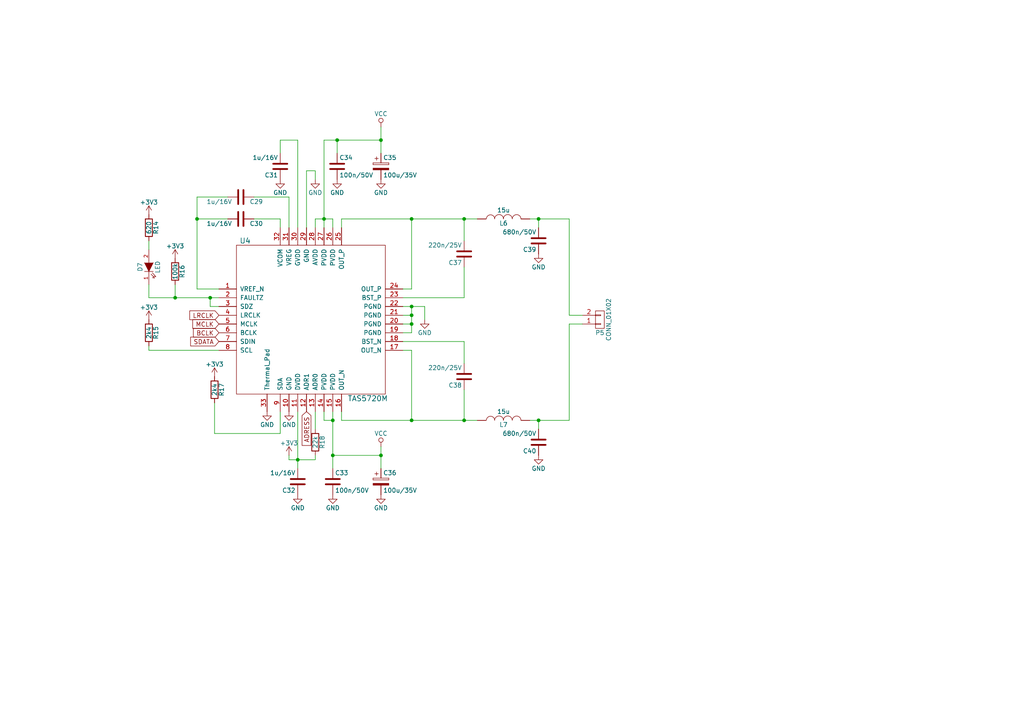
<source format=kicad_sch>
(kicad_sch (version 20231120) (generator "eeschema") (generator_version "8.0")
  (paper "A4")
  (title_block (title "freeDSPx-AMPx4") (date "2017-02-19") (rev "1.0"))
  (lib_symbols
    (symbol "freeDSPx-AMPx4-rescue:+3V3" (power) (pin_names (offset 0))
      (property "Value" "+3V3" (at 0 3.556 0))
      (symbol "+3V3_0_1"
        (polyline (pts (xy -0.762 1.27) (xy 0 2.54)))
        (polyline (pts (xy 0 0) (xy 0 2.54)))
        (polyline (pts (xy 0 2.54) (xy 0.762 1.27)))
      )
      (symbol "+3V3_1_1"
        (pin power_in line (at 0 0 90) (length 0) hide (name "+3V3") (number "1"))
      )
    )
    (symbol "freeDSPx-AMPx4-rescue:C" (pin_numbers hide) (pin_names (offset 0.254))
      (property "Reference" "C" (at 0.635 2.54 0))
      (property "Value" "C" (at 0.635 -2.54 0))
      (symbol "C_0_1"
        (polyline (pts (xy -2.032 -0.762) (xy 2.032 -0.762)) (stroke (width 0.508)))
        (polyline (pts (xy -2.032 0.762) (xy 2.032 0.762)) (stroke (width 0.508)))
      )
      (symbol "C_1_1"
        (pin passive line (at 0 3.81 270) (length 2.794) (name "~") (number "1"))
        (pin passive line (at 0 -3.81 90) (length 2.794) (name "~") (number "2"))
      )
    )
    (symbol "freeDSPx-AMPx4-rescue:CONN_01X02" (pin_names (offset 1.016) hide)
      (property "Reference" "P" (at 0 3.81 0))
      (property "Value" "CONN_01X02" (at 2.54 0 90))
      (symbol "CONN_01X02_0_1"
        (rectangle (start -1.27 -1.143) (end 0.254 -1.397))
        (rectangle (start -1.27 1.397) (end 0.254 1.143))
        (rectangle (start -1.27 2.54) (end 1.27 -2.54))
      )
      (symbol "CONN_01X02_1_1"
        (pin passive line (at -5.08 1.27 0) (length 3.81) (name "P1") (number "1"))
        (pin passive line (at -5.08 -1.27 0) (length 3.81) (name "P2") (number "2"))
      )
    )
    (symbol "freeDSPx-AMPx4-rescue:CP" (pin_numbers hide) (pin_names (offset 0.254))
      (property "Reference" "C" (at 0.635 2.54 0))
      (property "Value" "CP" (at 0.635 -2.54 0))
      (symbol "CP_0_1"
        (rectangle (start -2.286 0.508) (end -2.286 1.016))
        (rectangle (start -2.286 0.508) (end 2.286 0.508))
        (polyline (pts (xy -1.778 2.286) (xy -0.762 2.286)))
        (polyline (pts (xy -1.27 2.794) (xy -1.27 1.778)))
        (rectangle (start 2.286 -0.508) (end -2.286 -1.016) (fill (type outline)))
        (rectangle (start 2.286 1.016) (end -2.286 1.016))
        (rectangle (start 2.286 1.016) (end 2.286 0.508))
      )
      (symbol "CP_1_1"
        (pin passive line (at 0 3.81 270) (length 2.794) (name "~") (number "1"))
        (pin passive line (at 0 -3.81 90) (length 2.794) (name "~") (number "2"))
      )
    )
    (symbol "freeDSPx-AMPx4-rescue:GND" (power) (pin_names (offset 0))
      (property "Value" "GND" (at 0 -3.81 0))
      (symbol "GND_0_1"
        (polyline (pts (xy 0 0) (xy 0 -1.27) (xy 1.27 -1.27) (xy 0 -2.54) (xy -1.27 -1.27) (xy 0 -1.27)))
      )
      (symbol "GND_1_1"
        (pin power_in line (at 0 0 270) (length 0) hide (name "GND") (number "1"))
      )
    )
    (symbol "freeDSPx-AMPx4-rescue:L" (pin_numbers hide) (pin_names (offset 1.016) hide)
      (property "Reference" "L" (at -1.27 0 90))
      (property "Value" "L" (at 2.54 0 90))
      (symbol "L_0_1"
        (arc (start 0.0254 -5.0546) (mid 1.2449 -3.8097) (end 0.0254 -2.54))
        (arc (start 0.0254 -2.5146) (mid 1.2703 -1.2444) (end 0.0254 0.0508))
        (arc (start 0.0254 0.0254) (mid 1.2703 1.2956) (end 0.0254 2.5908))
        (arc (start 0.0254 2.5654) (mid 1.1941 3.7595) (end 0.0254 4.9784))
      )
      (symbol "L_1_1"
        (pin passive line (at 0 7.62 270) (length 2.54) (name "1") (number "1"))
        (pin passive line (at 0 -7.62 90) (length 2.54) (name "2") (number "2"))
      )
    )
    (symbol "freeDSPx-AMPx4-rescue:LED" (pin_names (offset 1.016) hide)
      (property "Reference" "D" (at 0 2.54 0))
      (property "Value" "LED" (at 0 -2.54 0))
      (symbol "LED_0_1"
        (polyline (pts (xy -1.27 1.27) (xy -1.27 -1.27)))
        (polyline (pts (xy -2.032 -0.635) (xy -3.175 -1.651) (xy -3.048 -1.016)))
        (polyline (pts (xy -1.651 -1.016) (xy -2.794 -2.032) (xy -2.667 -1.397)))
        (polyline (pts (xy 1.27 1.27) (xy -1.27 0) (xy 1.27 -1.27)) (fill (type outline)))
      )
      (symbol "LED_1_1"
        (pin passive line (at -5.08 0 0) (length 3.81) (name "K") (number "1"))
        (pin passive line (at 5.08 0 180) (length 3.81) (name "A") (number "2"))
      )
    )
    (symbol "freeDSPx-AMPx4-rescue:R" (pin_numbers hide) (pin_names (offset 0))
      (property "Reference" "R" (at 2.032 0 90))
      (property "Value" "R" (at 0 0 90))
      (symbol "R_0_1"
        (rectangle (start -1.016 -2.54) (end 1.016 2.54) (stroke (width 0.254)))
      )
      (symbol "R_1_1"
        (pin passive line (at 0 3.81 270) (length 1.27) (name "~") (number "1"))
        (pin passive line (at 0 -3.81 90) (length 1.27) (name "~") (number "2"))
      )
    )
    (symbol "freeDSPx-AMPx4-rescue:TAS5720" (pin_names (offset 1.016))
      (property "Reference" "U" (at -19.05 22.86 0))
      (property "Value" "TAS5720" (at 16.51 -22.86 0))
      (symbol "TAS5720_0_1"
        (rectangle (start -21.59 21.59) (end 21.59 -21.59))
      )
      (symbol "TAS5720_1_1"
        (pin input line (at -26.67 8.89 0) (length 5.08) (name "VREF_N") (number "1"))
        (pin input line (at -6.35 -26.67 90) (length 5.08) (name "GND") (number "10"))
        (pin input line (at -3.81 -26.67 90) (length 5.08) (name "DVDD") (number "11"))
        (pin input line (at -1.27 -26.67 90) (length 5.08) (name "ADR1") (number "12"))
        (pin input line (at 1.27 -26.67 90) (length 5.08) (name "ADR0") (number "13"))
        (pin input line (at 3.81 -26.67 90) (length 5.08) (name "PVDD") (number "14"))
        (pin input line (at 6.35 -26.67 90) (length 5.08) (name "PVDD") (number "15"))
        (pin input line (at 8.89 -26.67 90) (length 5.08) (name "OUT_N") (number "16"))
        (pin input line (at 26.67 -8.89 180) (length 5.08) (name "OUT_N") (number "17"))
        (pin input line (at 26.67 -6.35 180) (length 5.08) (name "BST_N") (number "18"))
        (pin input line (at 26.67 -3.81 180) (length 5.08) (name "PGND") (number "19"))
        (pin input line (at -26.67 6.35 0) (length 5.08) (name "FAULTZ") (number "2"))
        (pin input line (at 26.67 -1.27 180) (length 5.08) (name "PGND") (number "20"))
        (pin input line (at 26.67 1.27 180) (length 5.08) (name "PGND") (number "21"))
        (pin input line (at 26.67 3.81 180) (length 5.08) (name "PGND") (number "22"))
        (pin input line (at 26.67 6.35 180) (length 5.08) (name "BST_P") (number "23"))
        (pin input line (at 26.67 8.89 180) (length 5.08) (name "OUT_P") (number "24"))
        (pin input line (at 8.89 26.67 270) (length 5.08) (name "OUT_P") (number "25"))
        (pin input line (at 6.35 26.67 270) (length 5.08) (name "PVDD") (number "26"))
        (pin input line (at 3.81 26.67 270) (length 5.08) (name "PVDD") (number "27"))
        (pin input line (at 1.27 26.67 270) (length 5.08) (name "AVDD") (number "28"))
        (pin input line (at -1.27 26.67 270) (length 5.08) (name "GND") (number "29"))
        (pin input line (at -26.67 3.81 0) (length 5.08) (name "SDZ") (number "3"))
        (pin input line (at -3.81 26.67 270) (length 5.08) (name "GVDD") (number "30"))
        (pin input line (at -6.35 26.67 270) (length 5.08) (name "VREG") (number "31"))
        (pin input line (at -8.89 26.67 270) (length 5.08) (name "VCOM") (number "32"))
        (pin input line (at -12.7 -26.67 90) (length 5.08) (name "Thermal_Pad") (number "33"))
        (pin input line (at -26.67 1.27 0) (length 5.08) (name "LRCLK") (number "4"))
        (pin input line (at -26.67 -1.27 0) (length 5.08) (name "MCLK") (number "5"))
        (pin input line (at -26.67 -3.81 0) (length 5.08) (name "BCLK") (number "6"))
        (pin input line (at -26.67 -6.35 0) (length 5.08) (name "SDIN") (number "7"))
        (pin input line (at -26.67 -8.89 0) (length 5.08) (name "SCL") (number "8"))
        (pin input line (at -8.89 -26.67 90) (length 5.08) (name "SDA") (number "9"))
      )
    )
    (symbol "freeDSPx-AMPx4-rescue:VCC" (power) (pin_names (offset 0))
      (property "Value" "VCC" (at 0 3.81 0))
      (symbol "VCC_0_1"
        (polyline (pts (xy 0 0) (xy 0 1.27)))
        (circle (center 0 1.905) (radius 0.635))
      )
      (symbol "VCC_1_1"
        (pin power_in line (at 0 0 90) (length 0) hide (name "VCC") (number "1"))
      )
    )
  )
  (junction (at 110.49 40.64))
  (junction (at 57.15 63.5))
  (junction (at 156.21 121.92))
  (junction (at 134.62 63.5))
  (junction (at 119.38 91.44))
  (junction (at 60.96 86.36))
  (junction (at 119.38 121.92))
  (junction (at 119.38 63.5))
  (junction (at 97.79 40.64))
  (junction (at 96.52 132.08))
  (junction (at 96.52 121.92))
  (junction (at 93.98 63.5))
  (junction (at 50.8 86.36))
  (junction (at 119.38 93.98))
  (junction (at 119.38 88.9))
  (junction (at 110.49 132.08))
  (junction (at 86.36 133.35))
  (junction (at 156.21 63.5))
  (junction (at 134.62 121.92))
  (wire (pts (xy 83.82 133.35) (xy 86.36 133.35)))
  (wire (pts (xy 97.79 40.64) (xy 110.49 40.64)))
  (wire (pts (xy 96.52 132.08) (xy 110.49 132.08)))
  (wire (pts (xy 119.38 88.9) (xy 119.38 91.44)))
  (wire (pts (xy 97.79 44.45) (xy 97.79 40.64)))
  (wire (pts (xy 43.18 72.39) (xy 43.18 69.85)))
  (wire (pts (xy 57.15 57.15) (xy 66.04 57.15)))
  (wire (pts (xy 116.84 88.9) (xy 119.38 88.9)))
  (wire (pts (xy 43.18 101.6) (xy 43.18 100.33)))
  (wire (pts (xy 93.98 40.64) (xy 97.79 40.64)))
  (wire (pts (xy 96.52 121.92) (xy 96.52 132.08)))
  (wire (pts (xy 57.15 83.82) (xy 63.5 83.82)))
  (wire (pts (xy 119.38 83.82) (xy 116.84 83.82)))
  (wire (pts (xy 86.36 119.38) (xy 86.36 133.35)))
  (wire (pts (xy 156.21 121.92) (xy 156.21 124.46)))
  (wire (pts (xy 156.21 63.5) (xy 156.21 66.04)))
  (wire (pts (xy 119.38 91.44) (xy 116.84 91.44)))
  (wire (pts (xy 134.62 63.5) (xy 138.43 63.5)))
  (wire (pts (xy 57.15 63.5) (xy 57.15 83.82)))
  (wire (pts (xy 99.06 121.92) (xy 119.38 121.92)))
  (wire (pts (xy 119.38 96.52) (xy 116.84 96.52)))
  (wire (pts (xy 93.98 63.5) (xy 96.52 63.5)))
  (wire (pts (xy 119.38 93.98) (xy 119.38 96.52)))
  (wire (pts (xy 83.82 66.04) (xy 83.82 57.15)))
  (wire (pts (xy 96.52 132.08) (xy 96.52 135.89)))
  (wire (pts (xy 81.28 119.38) (xy 81.28 125.73)))
  (wire (pts (xy 81.28 125.73) (xy 62.23 125.73)))
  (wire (pts (xy 60.96 88.9) (xy 60.96 86.36)))
  (wire (pts (xy 83.82 57.15) (xy 73.66 57.15)))
  (wire (pts (xy 119.38 121.92) (xy 134.62 121.92)))
  (wire (pts (xy 88.9 49.53) (xy 91.44 49.53)))
  (wire (pts (xy 119.38 121.92) (xy 119.38 101.6)))
  (wire (pts (xy 91.44 63.5) (xy 93.98 63.5)))
  (wire (pts (xy 134.62 113.03) (xy 134.62 121.92)))
  (wire (pts (xy 83.82 132.08) (xy 83.82 133.35)))
  (wire (pts (xy 165.1 63.5) (xy 165.1 91.44)))
  (wire (pts (xy 110.49 129.54) (xy 110.49 132.08)))
  (wire (pts (xy 86.36 133.35) (xy 91.44 133.35)))
  (wire (pts (xy 91.44 133.35) (xy 91.44 132.08)))
  (wire (pts (xy 123.19 88.9) (xy 123.19 92.71)))
  (wire (pts (xy 96.52 63.5) (xy 96.52 66.04)))
  (wire (pts (xy 119.38 91.44) (xy 119.38 93.98)))
  (wire (pts (xy 99.06 119.38) (xy 99.06 121.92)))
  (wire (pts (xy 110.49 40.64) (xy 110.49 44.45)))
  (wire (pts (xy 116.84 86.36) (xy 134.62 86.36)))
  (wire (pts (xy 91.44 49.53) (xy 91.44 52.07)))
  (wire (pts (xy 43.18 86.36) (xy 43.18 82.55)))
  (wire (pts (xy 88.9 49.53) (xy 88.9 66.04)))
  (wire (pts (xy 62.23 125.73) (xy 62.23 116.84)))
  (wire (pts (xy 93.98 40.64) (xy 93.98 63.5)))
  (wire (pts (xy 134.62 99.06) (xy 134.62 105.41)))
  (wire (pts (xy 119.38 63.5) (xy 134.62 63.5)))
  (wire (pts (xy 93.98 119.38) (xy 93.98 121.92)))
  (wire (pts (xy 57.15 63.5) (xy 66.04 63.5)))
  (wire (pts (xy 110.49 132.08) (xy 110.49 135.89)))
  (wire (pts (xy 156.21 121.92) (xy 153.67 121.92)))
  (wire (pts (xy 165.1 91.44) (xy 168.91 91.44)))
  (wire (pts (xy 91.44 66.04) (xy 91.44 63.5)))
  (wire (pts (xy 119.38 93.98) (xy 116.84 93.98)))
  (wire (pts (xy 43.18 86.36) (xy 50.8 86.36)))
  (wire (pts (xy 165.1 93.98) (xy 165.1 121.92)))
  (wire (pts (xy 81.28 40.64) (xy 81.28 44.45)))
  (wire (pts (xy 91.44 119.38) (xy 91.44 124.46)))
  (wire (pts (xy 57.15 57.15) (xy 57.15 63.5)))
  (wire (pts (xy 134.62 86.36) (xy 134.62 77.47)))
  (wire (pts (xy 50.8 86.36) (xy 50.8 82.55)))
  (wire (pts (xy 156.21 63.5) (xy 165.1 63.5)))
  (wire (pts (xy 86.36 40.64) (xy 86.36 66.04)))
  (wire (pts (xy 86.36 133.35) (xy 86.36 135.89)))
  (wire (pts (xy 99.06 63.5) (xy 119.38 63.5)))
  (wire (pts (xy 153.67 63.5) (xy 156.21 63.5)))
  (wire (pts (xy 50.8 86.36) (xy 60.96 86.36)))
  (wire (pts (xy 93.98 121.92) (xy 96.52 121.92)))
  (wire (pts (xy 165.1 93.98) (xy 168.91 93.98)))
  (wire (pts (xy 81.28 63.5) (xy 73.66 63.5)))
  (wire (pts (xy 119.38 88.9) (xy 123.19 88.9)))
  (wire (pts (xy 96.52 119.38) (xy 96.52 121.92)))
  (wire (pts (xy 93.98 63.5) (xy 93.98 66.04)))
  (wire (pts (xy 119.38 63.5) (xy 119.38 83.82)))
  (wire (pts (xy 134.62 69.85) (xy 134.62 63.5)))
  (wire (pts (xy 165.1 121.92) (xy 156.21 121.92)))
  (wire (pts (xy 116.84 99.06) (xy 134.62 99.06)))
  (wire (pts (xy 110.49 36.83) (xy 110.49 40.64)))
  (wire (pts (xy 134.62 121.92) (xy 138.43 121.92)))
  (wire (pts (xy 43.18 101.6) (xy 63.5 101.6)))
  (wire (pts (xy 63.5 88.9) (xy 60.96 88.9)))
  (wire (pts (xy 86.36 40.64) (xy 81.28 40.64)))
  (wire (pts (xy 99.06 66.04) (xy 99.06 63.5)))
  (wire (pts (xy 81.28 66.04) (xy 81.28 63.5)))
  (wire (pts (xy 119.38 101.6) (xy 116.84 101.6)))
  (wire (pts (xy 60.96 86.36) (xy 63.5 86.36)))
  (global_label "MCLK" (shape input) (at 63.5 93.98 180) (effects (font (size 1.2954 1.2954))) (property "Intersheetrefs" "${INTERSHEET_REFS}" (effects (hide yes))))
  (global_label "SDATA" (shape input) (at 63.5 99.06 180) (effects (font (size 1.2954 1.2954))) (property "Intersheetrefs" "${INTERSHEET_REFS}" (effects (hide yes))))
  (global_label "ADRESS" (shape input) (at 88.9 119.38 270) (effects (font (size 1.2954 1.2954))) (property "Intersheetrefs" "${INTERSHEET_REFS}" (effects (hide yes))))
  (global_label "BCLK" (shape input) (at 63.5 96.52 180) (effects (font (size 1.2954 1.2954))) (property "Intersheetrefs" "${INTERSHEET_REFS}" (effects (hide yes))))
  (global_label "LRCLK" (shape input) (at 63.5 91.44 180) (effects (font (size 1.2954 1.2954))) (property "Intersheetrefs" "${INTERSHEET_REFS}" (effects (hide yes))))
  (symbol (lib_id "freeDSPx-AMPx4-rescue:TAS5720") (at 90.17 92.71 0) (unit 1)
    (property "Reference" "U4" (at 71.12 69.85 0) (effects (font (size 1.524 1.524))))
    (property "Value" "TAS5720M" (at 106.68 115.57 0) (effects (font (size 1.524 1.524))))
    (property "Footprint" "Library:VQFN-32-handsolder" (effects (hide yes)))
    (property "Datasheet" "http://www.ti.com/lit/ds/symlink/tas5720m.pdf" (effects (hide yes)))
    (property "Mouser_Part_No" "595-TAS5720MRSMT" (effects (hide yes)))
  )
  (symbol (lib_id "freeDSPx-AMPx4-rescue:GND") (at 123.19 92.71 0) (unit 1)
    (property "Reference" "#PWR058" (effects (hide yes)))
    (property "Value" "GND" (at 123.19 96.52 0))
  )
  (symbol (lib_id "freeDSPx-AMPx4-rescue:GND") (at 83.82 119.38 0) (unit 1)
    (property "Reference" "#PWR059" (effects (hide yes)))
    (property "Value" "GND" (at 83.82 123.19 0))
  )
  (symbol (lib_id "freeDSPx-AMPx4-rescue:C") (at 97.79 48.26 0) (unit 1)
    (property "Reference" "C34" (at 98.425 45.72 0) (effects (justify left)))
    (property "Value" "100n/50V" (at 98.425 50.8 0) (effects (justify left)))
    (property "Footprint" "fdsp_capacitor:C_0603" (effects (hide yes)))
    (property "Datasheet" "http://www.murata.com/products/catalog/pdf/c02e.pdf" (effects (hide yes)))
    (property "Mouser_Part_No" "81-GRM39X104K50D" (effects (hide yes)))
  )
  (symbol (lib_id "freeDSPx-AMPx4-rescue:GND") (at 97.79 52.07 0) (unit 1)
    (property "Reference" "#PWR060" (effects (hide yes)))
    (property "Value" "GND" (at 97.79 55.88 0))
  )
  (symbol (lib_id "freeDSPx-AMPx4-rescue:GND") (at 110.49 52.07 0) (unit 1)
    (property "Reference" "#PWR061" (effects (hide yes)))
    (property "Value" "GND" (at 110.49 55.88 0))
  )
  (symbol (lib_id "freeDSPx-AMPx4-rescue:C") (at 134.62 73.66 180) (unit 1)
    (property "Reference" "C37" (at 133.985 76.2 0) (effects (justify left)))
    (property "Value" "220n/25V" (at 133.985 71.12 0) (effects (justify left)))
    (property "Footprint" "fdsp_capacitor:C_0603" (effects (hide yes)))
    (property "Datasheet" "http://www.murata.com/products/catalog/pdf/c02e.pdf" (effects (hide yes)))
    (property "Mouser_Part_No" "81-GRM18R71E223KA01J" (effects (hide yes)))
  )
  (symbol (lib_id "freeDSPx-AMPx4-rescue:+3V3") (at 83.82 132.08 0) (unit 1)
    (property "Reference" "#PWR062" (effects (hide yes)))
    (property "Value" "+3V3" (at 83.82 128.524 0))
  )
  (symbol (lib_id "freeDSPx-AMPx4-rescue:GND") (at 86.36 143.51 0) (unit 1)
    (property "Reference" "#PWR063" (effects (hide yes)))
    (property "Value" "GND" (at 86.36 147.32 0))
  )
  (symbol (lib_id "freeDSPx-AMPx4-rescue:GND") (at 96.52 143.51 0) (unit 1)
    (property "Reference" "#PWR064" (effects (hide yes)))
    (property "Value" "GND" (at 96.52 147.32 0))
  )
  (symbol (lib_id "freeDSPx-AMPx4-rescue:GND") (at 110.49 143.51 0) (unit 1)
    (property "Reference" "#PWR065" (effects (hide yes)))
    (property "Value" "GND" (at 110.49 147.32 0))
  )
  (symbol (lib_id "freeDSPx-AMPx4-rescue:VCC") (at 110.49 36.83 0) (unit 1)
    (property "Reference" "#PWR066" (effects (hide yes)))
    (property "Value" "VCC" (at 110.49 33.02 0))
  )
  (symbol (lib_id "freeDSPx-AMPx4-rescue:VCC") (at 110.49 129.54 0) (unit 1)
    (property "Reference" "#PWR067" (effects (hide yes)))
    (property "Value" "VCC" (at 110.49 125.73 0))
  )
  (symbol (lib_id "freeDSPx-AMPx4-rescue:GND") (at 77.47 119.38 0) (unit 1)
    (property "Reference" "#PWR068" (effects (hide yes)))
    (property "Value" "GND" (at 77.47 123.19 0))
  )
  (symbol (lib_id "freeDSPx-AMPx4-rescue:C") (at 81.28 48.26 180) (unit 1)
    (property "Reference" "C31" (at 80.645 50.8 0) (effects (justify left)))
    (property "Value" "1u/16V" (at 80.645 45.72 0) (effects (justify left)))
    (property "Footprint" "fdsp_capacitor:C_0603" (effects (hide yes)))
    (property "Datasheet" "http://www.murata.com/products/catalog/pdf/c02e.pdf" (effects (hide yes)))
    (property "Mouser_Part_No" "81-GRM188R71C105KE5D" (effects (hide yes)))
  )
  (symbol (lib_id "freeDSPx-AMPx4-rescue:L") (at 146.05 63.5 90) (unit 1)
    (property "Reference" "L6" (at 146.05 64.77 90))
    (property "Value" "15u" (at 146.05 60.96 90))
    (property "Footprint" "fdsp_inductor:Choke_SMD_6.0x6.0" (effects (hide yes)))
    (property "Datasheet" "http://www.mouser.com/ds/2/281/product-1023288.pdf" (effects (hide yes)))
    (property "Mouser_Part_No" "81-1264EY-150MP3" (effects (hide yes)))
  )
  (symbol (lib_id "freeDSPx-AMPx4-rescue:C") (at 156.21 69.85 180) (unit 1)
    (property "Reference" "C39" (at 155.575 72.39 0) (effects (justify left)))
    (property "Value" "680n/50V" (at 155.575 67.31 0) (effects (justify left)))
    (property "Footprint" "fdsp_capacitor:C_1206" (effects (hide yes)))
    (property "Datasheet" "http://www.murata.com/products/catalog/pdf/c03e.pdf" (effects (hide yes)))
    (property "Mouser_Part_No" "81-GCM31CR71H684KA7L" (effects (hide yes)))
  )
  (symbol (lib_id "freeDSPx-AMPx4-rescue:GND") (at 156.21 73.66 0) (unit 1)
    (property "Reference" "#PWR069" (effects (hide yes)))
    (property "Value" "GND" (at 156.21 77.47 0))
  )
  (symbol (lib_id "freeDSPx-AMPx4-rescue:GND") (at 156.21 132.08 0) (unit 1)
    (property "Reference" "#PWR070" (effects (hide yes)))
    (property "Value" "GND" (at 156.21 135.89 0))
  )
  (symbol (lib_id "freeDSPx-AMPx4-rescue:CP") (at 110.49 48.26 0) (unit 1)
    (property "Reference" "C35" (at 111.125 45.72 0) (effects (justify left)))
    (property "Value" "100u/35V" (at 111.125 50.8 0) (effects (justify left)))
    (property "Footprint" "fdsp_capacitor:C_Radial_D8_L11.5_P3.5" (effects (hide yes)))
    (property "Datasheet" "http://www.mouser.com/ds/2/315/ABA0000C1012-947489.pdf" (effects (hide yes)))
    (property "Mouser_Part_No" "667-EEU-FC1V101" (effects (hide yes)))
  )
  (symbol (lib_id "freeDSPx-AMPx4-rescue:R") (at 50.8 78.74 0) (unit 1)
    (property "Reference" "R16" (at 52.832 78.74 90))
    (property "Value" "100k" (at 50.8 78.74 90))
    (property "Footprint" "fdsp_resistor:R_0603" (effects (hide yes)))
    (property "Datasheet" "http://www.mouser.com/ds/2/427/dcrcwe3-109170.pdf" (effects (hide yes)))
    (property "Mouser_Part_No" "71-CRCW0603-100K-E3" (effects (hide yes)))
  )
  (symbol (lib_id "freeDSPx-AMPx4-rescue:LED") (at 43.18 77.47 90) (unit 1)
    (property "Reference" "D7" (at 40.64 77.47 0))
    (property "Value" "LED" (at 45.72 77.47 0))
    (property "Footprint" "fdsp_capacitor:C_0603" (effects (hide yes)))
    (property "Datasheet" "http://www.mouser.com/ds/2/445/150060RS75000-368563.pdf" (effects (hide yes)))
    (property "Mouser_Part_No" "710-150080RS75000" (effects (hide yes)))
  )
  (symbol (lib_id "freeDSPx-AMPx4-rescue:R") (at 43.18 66.04 0) (unit 1)
    (property "Reference" "R14" (at 45.212 66.04 90))
    (property "Value" "620" (at 43.18 66.04 90))
    (property "Footprint" "fdsp_resistor:R_0603" (effects (hide yes)))
    (property "Datasheet" "http://www.mouser.com/ds/2/427/dcrcwe3-109170.pdf" (effects (hide yes)))
    (property "Mouser_Part_No" "71-CRCW0603-620-E3" (effects (hide yes)))
  )
  (symbol (lib_id "freeDSPx-AMPx4-rescue:+3V3") (at 50.8 74.93 0) (unit 1)
    (property "Reference" "#PWR071" (effects (hide yes)))
    (property "Value" "+3V3" (at 50.8 71.374 0))
  )
  (symbol (lib_id "freeDSPx-AMPx4-rescue:+3V3") (at 43.18 62.23 0) (unit 1)
    (property "Reference" "#PWR072" (effects (hide yes)))
    (property "Value" "+3V3" (at 43.18 58.674 0))
  )
  (symbol (lib_id "freeDSPx-AMPx4-rescue:R") (at 43.18 96.52 0) (unit 1)
    (property "Reference" "R15" (at 45.212 96.52 90))
    (property "Value" "2k4" (at 43.18 96.52 90))
    (property "Footprint" "fdsp_resistor:R_0603" (effects (hide yes)))
    (property "Datasheet" "http://www.mouser.com/ds/2/427/dcrcwe3-109170.pdf" (effects (hide yes)))
    (property "Mouser_Part_No" "71-CRCW0603-2.4K-E3" (effects (hide yes)))
  )
  (symbol (lib_id "freeDSPx-AMPx4-rescue:+3V3") (at 43.18 92.71 0) (unit 1)
    (property "Reference" "#PWR073" (effects (hide yes)))
    (property "Value" "+3V3" (at 43.18 89.154 0))
  )
  (symbol (lib_id "freeDSPx-AMPx4-rescue:+3V3") (at 62.23 109.22 0) (unit 1)
    (property "Reference" "#PWR074" (effects (hide yes)))
    (property "Value" "+3V3" (at 62.23 105.664 0))
  )
  (symbol (lib_id "freeDSPx-AMPx4-rescue:GND") (at 81.28 52.07 0) (unit 1)
    (property "Reference" "#PWR075" (effects (hide yes)))
    (property "Value" "GND" (at 81.28 55.88 0))
  )
  (symbol (lib_id "freeDSPx-AMPx4-rescue:GND") (at 91.44 52.07 0) (unit 1)
    (property "Reference" "#PWR076" (effects (hide yes)))
    (property "Value" "GND" (at 91.44 55.88 0))
  )
  (symbol (lib_id "freeDSPx-AMPx4-rescue:CONN_01X02") (at 173.99 92.71 0) (mirror x) (unit 1)
    (property "Reference" "P5" (at 173.99 96.52 0))
    (property "Value" "CONN_01X02" (at 176.53 92.71 90))
    (property "Footprint" "fdsp_connector:RIACON101-2" (effects (hide yes)))
    (property "Datasheet" "http://www.mouser.com/ds/2/418/NG_CD_796911_B2-715370.pdf" (effects (hide yes)))
    (property "Mouser_Part_No" "571-796911-2" (effects (hide yes)))
  )
  (symbol (lib_id "freeDSPx-AMPx4-rescue:C") (at 156.21 128.27 180) (unit 1)
    (property "Reference" "C40" (at 155.575 130.81 0) (effects (justify left)))
    (property "Value" "680n/50V" (at 155.575 125.73 0) (effects (justify left)))
    (property "Footprint" "fdsp_capacitor:C_1206" (effects (hide yes)))
    (property "Datasheet" "http://www.murata.com/products/catalog/pdf/c03e.pdf" (effects (hide yes)))
    (property "Mouser_Part_No" "81-GCM31CR71H684KA7L" (effects (hide yes)))
  )
  (symbol (lib_id "freeDSPx-AMPx4-rescue:L") (at 146.05 121.92 90) (unit 1)
    (property "Reference" "L7" (at 146.05 123.19 90))
    (property "Value" "15u" (at 146.05 119.38 90))
    (property "Footprint" "fdsp_inductor:Choke_SMD_6.0x6.0" (effects (hide yes)))
    (property "Datasheet" "http://www.mouser.com/ds/2/281/product-1023288.pdf" (effects (hide yes)))
    (property "Mouser_Part_No" "81-1264EY-150MP3" (effects (hide yes)))
  )
  (symbol (lib_id "freeDSPx-AMPx4-rescue:C") (at 134.62 109.22 180) (unit 1)
    (property "Reference" "C38" (at 133.985 111.76 0) (effects (justify left)))
    (property "Value" "220n/25V" (at 133.985 106.68 0) (effects (justify left)))
    (property "Footprint" "fdsp_capacitor:C_0603" (effects (hide yes)))
    (property "Datasheet" "http://www.murata.com/products/catalog/pdf/c02e.pdf" (effects (hide yes)))
    (property "Mouser_Part_No" "81-GRM18R71E223KA01J" (effects (hide yes)))
  )
  (symbol (lib_id "freeDSPx-AMPx4-rescue:C") (at 69.85 57.15 270) (unit 1)
    (property "Reference" "C29" (at 72.39 57.785 90) (effects (justify left top)))
    (property "Value" "1u/16V" (at 67.31 57.785 90) (effects (justify right top)))
    (property "Footprint" "fdsp_capacitor:C_0603" (effects (hide yes)))
    (property "Datasheet" "http://www.murata.com/products/catalog/pdf/c02e.pdf" (effects (hide yes)))
    (property "Mouser_Part_No" "81-GRM188R71C105KE5D" (effects (hide yes)))
  )
  (symbol (lib_id "freeDSPx-AMPx4-rescue:C") (at 86.36 139.7 180) (unit 1)
    (property "Reference" "C32" (at 85.725 142.24 0) (effects (justify left)))
    (property "Value" "1u/16V" (at 85.725 137.16 0) (effects (justify left)))
    (property "Footprint" "fdsp_capacitor:C_0603" (effects (hide yes)))
    (property "Datasheet" "http://www.murata.com/products/catalog/pdf/c02e.pdf" (effects (hide yes)))
    (property "Mouser_Part_No" "81-GRM188R71C105KE5D" (effects (hide yes)))
  )
  (symbol (lib_id "freeDSPx-AMPx4-rescue:C") (at 96.52 139.7 0) (unit 1)
    (property "Reference" "C33" (at 97.155 137.16 0) (effects (justify left)))
    (property "Value" "100n/50V" (at 97.155 142.24 0) (effects (justify left)))
    (property "Footprint" "fdsp_capacitor:C_0603" (effects (hide yes)))
    (property "Datasheet" "http://www.murata.com/products/catalog/pdf/c02e.pdf" (effects (hide yes)))
    (property "Mouser_Part_No" "81-GRM39X104K50D" (effects (hide yes)))
  )
  (symbol (lib_id "freeDSPx-AMPx4-rescue:R") (at 62.23 113.03 0) (unit 1)
    (property "Reference" "R17" (at 64.262 113.03 90))
    (property "Value" "2k4" (at 62.23 113.03 90))
    (property "Footprint" "fdsp_resistor:R_0603" (effects (hide yes)))
    (property "Datasheet" "http://www.mouser.com/ds/2/427/dcrcwe3-109170.pdf" (effects (hide yes)))
    (property "Mouser_Part_No" "71-CRCW0603-2.4K-E3" (effects (hide yes)))
  )
  (symbol (lib_id "freeDSPx-AMPx4-rescue:CP") (at 110.49 139.7 0) (unit 1)
    (property "Reference" "C36" (at 111.125 137.16 0) (effects (justify left)))
    (property "Value" "100u/35V" (at 111.125 142.24 0) (effects (justify left)))
    (property "Footprint" "fdsp_capacitor:C_Radial_D8_L11.5_P3.5" (effects (hide yes)))
    (property "Datasheet" "http://www.mouser.com/ds/2/315/ABA0000C1012-947489.pdf" (effects (hide yes)))
    (property "Mouser_Part_No" "667-EEU-FC1V101" (effects (hide yes)))
  )
  (symbol (lib_id "freeDSPx-AMPx4-rescue:C") (at 69.85 63.5 270) (unit 1)
    (property "Reference" "C30" (at 72.39 64.135 90) (effects (justify left top)))
    (property "Value" "1u/16V" (at 67.31 64.135 90) (effects (justify right top)))
    (property "Footprint" "fdsp_capacitor:C_0603" (effects (hide yes)))
    (property "Datasheet" "http://www.murata.com/products/catalog/pdf/c02e.pdf" (effects (hide yes)))
    (property "Mouser_Part_No" "81-GRM188R71C105KE5D" (effects (hide yes)))
  )
  (symbol (lib_id "freeDSPx-AMPx4-rescue:R") (at 91.44 128.27 0) (unit 1)
    (property "Reference" "R18" (at 93.472 128.27 90))
    (property "Value" "22k" (at 91.44 128.27 90))
    (property "Footprint" "fdsp_resistor:R_0603" (effects (hide yes)))
    (property "Datasheet" "http://www.mouser.com/ds/2/427/dcrcwe3-109170.pdf" (effects (hide yes)))
    (property "Mouser_Part_No" "71-CRCW0603-22K-E3" (effects (hide yes)))
  )
)
</source>
